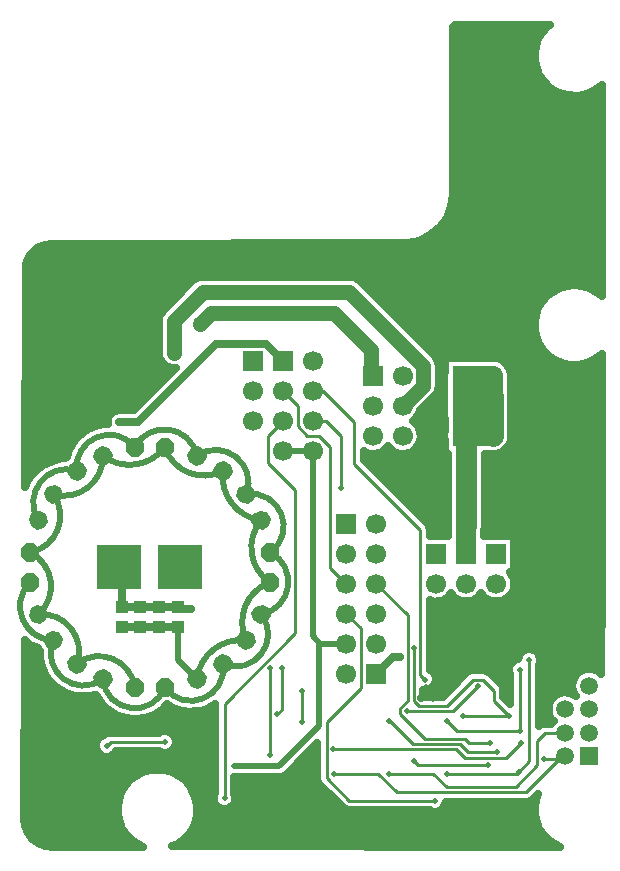
<source format=gtl>
G04 DipTrace 2.4.0.2*
%INTop.gbr*%
%MOIN*%
%ADD13C,0.0669*%
%ADD14C,0.05*%
%ADD16C,0.07*%
%ADD17C,0.025*%
%ADD18C,0.01*%
%ADD19C,0.02*%
%ADD24R,0.0669X0.0669*%
%ADD25C,0.0669*%
%ADD26R,0.0591X0.0591*%
%ADD27C,0.0591*%
%ADD28R,0.15X0.15*%
%ADD31R,0.0394X0.0433*%
%FSLAX44Y44*%
G04*
G70*
G90*
G75*
G01*
%LNTop*%
%LPD*%
X10206Y21756D2*
D14*
X10550Y22100D1*
X14660D1*
X15890Y20870D1*
Y20070D1*
X15950Y20010D1*
X9340Y20774D2*
Y21850D1*
X10300Y22810D1*
X15160D1*
X17630Y20340D1*
Y19690D1*
X16950Y19010D1*
X19064Y14092D2*
D13*
Y14996D1*
D16*
Y17899D1*
D13*
X18950Y18013D1*
Y18697D1*
D16*
Y20008D1*
D13*
X18953Y20010D1*
X19953D1*
X19950Y19326D1*
D16*
Y18013D1*
D13*
X18950D1*
D16*
X19466Y18529D1*
D13*
X19950Y19013D1*
D16*
X19437Y19526D1*
D13*
X18953Y20010D1*
X18950Y19013D2*
X19950D1*
X16485Y8505D2*
D18*
X16535D1*
X17300Y7740D1*
X18860D1*
X19120Y7480D1*
X20090D1*
X19460Y9680D2*
X18620Y8840D1*
X17090D1*
X13950Y19510D2*
X14280D1*
X15330Y18460D1*
Y17090D1*
X17540Y14880D1*
Y10040D1*
X17690Y9890D1*
X15065Y13088D2*
X15043D1*
X14530Y13600D1*
Y17640D1*
X14150Y18020D1*
X13770D1*
X13450Y18340D1*
Y19010D1*
X12950Y19510D1*
X19850Y7770D2*
X19150D1*
X19010Y7910D1*
X17690D1*
X16870Y8730D1*
Y8940D1*
X17110Y9180D1*
Y12043D1*
X16065Y13088D1*
X14638Y7568D2*
X18713D1*
X19020Y7260D1*
X20390D1*
X20900Y7770D1*
X7582Y12299D2*
D17*
X8207D1*
X8833D1*
X9458D1*
X7582D2*
Y13705D1*
X7506Y13629D1*
X9898Y12255D2*
X9502D1*
X9458Y12299D1*
X16870Y10640D2*
X16620D1*
X16070Y10090D1*
X7506Y18470D2*
X8140D1*
X10740Y21070D1*
X12390D1*
X12950Y20510D1*
X13950Y17510D2*
D19*
X12950D1*
X15070Y11090D2*
X14170D1*
Y8340D1*
X12835Y7005D1*
X11335D1*
X13950Y17510D2*
Y11330D1*
X14190Y11090D1*
X15070D1*
X19808Y7032D2*
D18*
X17458D1*
X17316Y7175D1*
X22375Y9691D2*
Y10025D1*
X21130Y11270D1*
X20242D1*
X20064Y11092D1*
D13*
Y11474D1*
D16*
X21170Y12580D1*
Y17232D1*
X21466Y17529D1*
D13*
X21950Y18013D1*
X18061Y11089D2*
D17*
Y9771D1*
X17560Y9270D1*
X20953Y20010D2*
D13*
X20950Y19326D1*
D16*
Y18013D1*
D13*
X21950D1*
Y18697D1*
D16*
Y20008D1*
D13*
X21953Y20010D1*
X20953D1*
D16*
X21466Y19497D1*
D13*
X21950Y19013D1*
D16*
X21434Y18497D1*
D13*
X20950Y18013D1*
Y19013D2*
X21950D1*
X20953Y20010D2*
Y20695D1*
D16*
Y28887D1*
X20528Y29312D1*
D19*
X20210Y29630D1*
X18950Y8660D2*
D18*
X20500D1*
X17320Y10950D2*
Y9170D1*
X17480Y9010D1*
X18410D1*
X19290Y9890D1*
X19620D1*
X19990Y9520D1*
Y9170D1*
X20500Y8660D1*
X13950Y18510D2*
X14380D1*
X14890Y18000D1*
Y16260D1*
X12530Y10280D2*
Y7370D1*
X21660Y7250D2*
X22296D1*
X22375Y7329D1*
X14655Y6755D2*
X16135D1*
X16760Y6130D1*
X21060D1*
X22259Y7329D1*
X22375D1*
X12950Y18510D2*
Y18500D1*
X12470Y18020D1*
Y17100D1*
X13370Y16200D1*
Y11430D1*
X11010Y9070D1*
Y5940D1*
X16505Y6755D2*
X17965D1*
X18410Y6310D1*
X20710D1*
X21430Y7030D1*
Y7850D1*
X21690Y8110D1*
X22369D1*
X22375Y8117D1*
X12910Y10290D2*
Y8890D1*
X12750Y8730D1*
X9020Y7810D2*
X7210D1*
X7080Y7680D1*
X9020Y9630D2*
D19*
G02X6953Y9916I-1001J376D01*
G01*
G02X5306Y11197I-657J855D01*
G01*
G02X4520Y13130I24J1136D01*
G01*
X9020Y9630D2*
G03X10953Y10416I872J626D01*
G01*
G03X12234Y12063I429J988D01*
G01*
G03X12520Y14130I-199J1081D01*
G01*
G03X11734Y16063I-611J878D01*
G01*
G03X10087Y17344I-1018J390D01*
G01*
G03X8020Y17630I-1083J-218D01*
G01*
G03X6087Y16844I-856J-666D01*
G01*
G03X4806Y15197I-343J-1055D01*
G01*
X13585Y8473D2*
D18*
Y9505D1*
X9458Y11630D2*
D17*
X8833D1*
X8207D1*
X7582D1*
X8020Y9630D2*
D19*
G03X6087Y10416I-1194J-167D01*
G01*
G03X4806Y12063I-1167J414D01*
G01*
G03X4520Y14130I-833J938D01*
G01*
G03X5306Y16063I-220J1216D01*
G01*
G03X6953Y17344I348J1252D01*
G01*
G03X9020Y17630I889J1189D01*
G01*
G03X10953Y16844I1302J433D01*
G01*
G03X12234Y15197I1476J-174D01*
G01*
G03X12520Y13130I1071J-905D01*
G01*
G03X11734Y11197I492J-1326D01*
G01*
G03X10087Y9916I-181J-1466D01*
G01*
X9458Y10546D1*
Y11630D1*
X18024Y5850D2*
D18*
X15171D1*
X14420Y6600D1*
Y8470D1*
X15550Y9600D1*
Y11603D1*
X15065Y12088D1*
X21170Y10540D2*
Y7160D1*
X20820Y6810D1*
X18409Y6755D2*
X20765D1*
X20820Y6810D1*
X20850Y10210D2*
Y8190D1*
X18415Y8505D2*
X18750Y8170D1*
X20850D1*
Y8190D1*
D14*
X10206Y21756D3*
X9340Y20774D3*
D19*
X16485Y8505D3*
X20090Y7480D3*
X19460Y9680D3*
X17090Y8840D3*
X17690Y9890D3*
X17090Y8840D3*
X19850Y7770D3*
X14638Y7568D3*
X20900Y7770D3*
X9898Y12255D3*
X16870Y10640D3*
X7506Y18470D3*
X11335Y7005D3*
X17316Y7175D3*
X19808Y7032D3*
X17560Y9270D3*
X18950Y8660D3*
X20500D3*
X17320Y10950D3*
X14890Y16260D3*
X12530Y10280D3*
Y7370D3*
X21660Y7250D3*
X14655Y6755D3*
X11010Y5940D3*
X16505Y6755D3*
X12910Y10290D3*
X12750Y8730D3*
X9020Y7810D3*
X7080Y7680D3*
X13585Y8473D3*
Y9505D3*
X18024Y5850D3*
X21170Y10540D3*
X20820Y6810D3*
X18409Y6755D3*
X20850Y10210D3*
Y8190D3*
X18415Y8505D3*
X18710Y31630D3*
X19210D3*
X19710D3*
X20210D3*
X20710D3*
X21210D3*
Y31130D3*
X20710D3*
X20210D3*
X19710D3*
X19210D3*
X18710D3*
Y30630D3*
X19210D3*
X19710D3*
X20210D3*
X20710D3*
X21210D3*
Y30130D3*
X20710D3*
X20210D3*
X19710D3*
X19210D3*
X18710D3*
Y29630D3*
X19210D3*
X19710D3*
X20210D3*
X20710D3*
X21210D3*
X4710Y10630D3*
Y9630D3*
X5710Y8630D3*
X6710D3*
X5710Y5630D3*
X6710D3*
X5710Y4630D3*
X6710D3*
X10710Y8630D3*
X9710D3*
Y6630D3*
X10710D3*
X9710Y4630D3*
X10710D3*
X11710D3*
X12710D3*
X13710D3*
X14710D3*
X15710D3*
X16710D3*
X17710D3*
X18710D3*
X19710D3*
X20710D3*
X18210Y9630D3*
X17710D3*
X17960Y9255D3*
X22710Y12630D3*
Y13630D3*
Y14630D3*
Y15630D3*
Y16630D3*
Y17630D3*
X21710Y16630D3*
X20710D3*
X19710D3*
X21710Y15630D3*
X20710D3*
X19710D3*
X17710Y16630D3*
Y15630D3*
X16710Y16630D3*
X17710Y18630D3*
Y21630D3*
Y22630D3*
Y23630D3*
X16710D3*
Y22630D3*
X9710Y23630D3*
X8710D3*
X7710D3*
X4710Y22630D3*
X5710D3*
Y21630D3*
X4710D3*
Y19630D3*
X5710D3*
Y20630D3*
X4710D3*
Y17630D3*
X5710D3*
X6710Y23630D3*
X18649Y31467D2*
D17*
X21579D1*
X18649Y31218D2*
X21435D1*
X18653Y30969D2*
X21353D1*
X18653Y30721D2*
X21318D1*
X18653Y30472D2*
X21333D1*
X18653Y30223D2*
X21400D1*
X18653Y29974D2*
X21521D1*
X18653Y29726D2*
X21720D1*
X18653Y29477D2*
X22075D1*
X23262D2*
X23560D1*
X18653Y29228D2*
X23560D1*
X18653Y28980D2*
X23560D1*
X18657Y28731D2*
X23560D1*
X18657Y28482D2*
X23560D1*
X18657Y28234D2*
X23560D1*
X18657Y27985D2*
X23560D1*
X18657Y27736D2*
X23560D1*
X18657Y27488D2*
X23560D1*
X18657Y27239D2*
X23560D1*
X18657Y26990D2*
X23560D1*
X18661Y26742D2*
X23560D1*
X18661Y26493D2*
X23560D1*
X18661Y26244D2*
X23560D1*
X18649Y25995D2*
X23560D1*
X18614Y25747D2*
X23560D1*
X18532Y25498D2*
X23560D1*
X18415Y25249D2*
X23556D1*
X18235Y25001D2*
X23556D1*
X17958Y24752D2*
X23556D1*
X17446Y24503D2*
X23556D1*
X4762Y24255D2*
X23556D1*
X4528Y24006D2*
X23556D1*
X4426Y23757D2*
X23556D1*
X4411Y23509D2*
X23556D1*
X4411Y23260D2*
X10025D1*
X15434D2*
X23556D1*
X4407Y23011D2*
X9747D1*
X15711D2*
X22443D1*
X22895D2*
X23556D1*
X4407Y22763D2*
X9497D1*
X15961D2*
X21853D1*
X4407Y22514D2*
X9251D1*
X16211D2*
X21599D1*
X4407Y22265D2*
X9001D1*
X16458D2*
X21447D1*
X4407Y22016D2*
X8829D1*
X16708D2*
X21357D1*
X4403Y21768D2*
X8802D1*
X16958D2*
X21322D1*
X4403Y21519D2*
X8802D1*
X17204D2*
X21329D1*
X4403Y21270D2*
X8802D1*
X17454D2*
X21392D1*
X4403Y21022D2*
X8802D1*
X17704D2*
X21505D1*
X4399Y20773D2*
X8802D1*
X17950D2*
X21697D1*
X4399Y20524D2*
X8865D1*
X18137D2*
X18329D1*
X20286D2*
X22033D1*
X23309D2*
X23556D1*
X4399Y20276D2*
X9185D1*
X18168D2*
X18329D1*
X20516D2*
X23556D1*
X4399Y20027D2*
X9118D1*
X18168D2*
X18310D1*
X20579D2*
X23556D1*
X4399Y19778D2*
X8872D1*
X18168D2*
X18310D1*
X20575D2*
X23556D1*
X4395Y19530D2*
X8622D1*
X18145D2*
X18310D1*
X20575D2*
X23556D1*
X4395Y19281D2*
X8372D1*
X17973D2*
X18310D1*
X20590D2*
X23556D1*
X4395Y19032D2*
X8126D1*
X17723D2*
X18310D1*
X20590D2*
X23556D1*
X4395Y18784D2*
X7247D1*
X17532D2*
X18310D1*
X20590D2*
X23556D1*
X4395Y18535D2*
X7095D1*
X17340D2*
X18325D1*
X20590D2*
X23556D1*
X4391Y18286D2*
X6548D1*
X17508D2*
X18325D1*
X20590D2*
X23556D1*
X4391Y18037D2*
X6169D1*
X17575D2*
X18310D1*
X20590D2*
X23556D1*
X4391Y17789D2*
X5950D1*
X17532D2*
X18325D1*
X20547D2*
X23556D1*
X4391Y17540D2*
X5810D1*
X16348D2*
X16552D1*
X17348D2*
X18325D1*
X20368D2*
X23556D1*
X4391Y17291D2*
X5697D1*
X15668D2*
X18423D1*
X19704D2*
X23556D1*
X4387Y17043D2*
X4947D1*
X15848D2*
X18423D1*
X19704D2*
X23556D1*
X4387Y16794D2*
X4642D1*
X16098D2*
X18423D1*
X19704D2*
X23556D1*
X16344Y16545D2*
X18423D1*
X19704D2*
X23556D1*
X16594Y16297D2*
X18423D1*
X19704D2*
X23556D1*
X16844Y16048D2*
X18423D1*
X19704D2*
X23556D1*
X17090Y15799D2*
X18423D1*
X19704D2*
X23556D1*
X17340Y15551D2*
X18423D1*
X19704D2*
X23556D1*
X17590Y15302D2*
X18423D1*
X19704D2*
X23552D1*
X17829Y15053D2*
X18423D1*
X19704D2*
X23552D1*
X17879Y14805D2*
X18439D1*
X19688D2*
X23552D1*
X20688Y14556D2*
X23552D1*
X20688Y14307D2*
X23552D1*
X20688Y14058D2*
X23552D1*
X20688Y13810D2*
X23552D1*
X20688Y13561D2*
X23552D1*
X20645Y13312D2*
X23552D1*
X20688Y13064D2*
X23552D1*
X20622Y12815D2*
X23552D1*
X18379Y12566D2*
X18751D1*
X19375D2*
X19751D1*
X20375D2*
X23552D1*
X17879Y12318D2*
X23552D1*
X17879Y12069D2*
X23552D1*
X17879Y11820D2*
X23552D1*
X17879Y11572D2*
X23552D1*
X17879Y11323D2*
X23552D1*
X17879Y11074D2*
X23552D1*
X4368Y10826D2*
X4829D1*
X17879D2*
X20919D1*
X21422D2*
X23552D1*
X4368Y10577D2*
X4841D1*
X17879D2*
X20783D1*
X21559D2*
X23552D1*
X4368Y10328D2*
X4900D1*
X17879D2*
X20478D1*
X21508D2*
X23552D1*
X4368Y10079D2*
X5005D1*
X18028D2*
X19009D1*
X19903D2*
X20486D1*
X21508D2*
X22736D1*
X4364Y9831D2*
X5181D1*
X18075D2*
X18759D1*
X20149D2*
X20509D1*
X21508D2*
X22595D1*
X4364Y9582D2*
X5458D1*
X17911D2*
X18513D1*
X20325D2*
X20509D1*
X21508D2*
X22587D1*
X4364Y9333D2*
X6181D1*
X6410D2*
X6728D1*
X17661D2*
X18263D1*
X20329D2*
X20509D1*
X21508D2*
X21990D1*
X4364Y9085D2*
X6896D1*
X21508D2*
X21822D1*
X4360Y8836D2*
X7165D1*
X8872D2*
X9642D1*
X10133D2*
X10669D1*
X21508D2*
X21794D1*
X4360Y8587D2*
X7802D1*
X8239D2*
X10669D1*
X21508D2*
X21888D1*
X4360Y8339D2*
X10669D1*
X4360Y8090D2*
X7040D1*
X9278D2*
X10669D1*
X4360Y7841D2*
X6728D1*
X9407D2*
X10669D1*
X4356Y7593D2*
X6700D1*
X9336D2*
X10669D1*
X4356Y7344D2*
X6915D1*
X7247D2*
X10669D1*
X13715D2*
X14079D1*
X4356Y7095D2*
X10669D1*
X13465D2*
X14079D1*
X4356Y6847D2*
X8423D1*
X9118D2*
X10669D1*
X13215D2*
X14079D1*
X4356Y6598D2*
X7919D1*
X9622D2*
X10669D1*
X11348D2*
X14079D1*
X4352Y6349D2*
X7677D1*
X9860D2*
X10669D1*
X11348D2*
X14200D1*
X4352Y6100D2*
X7533D1*
X10004D2*
X10658D1*
X11364D2*
X14450D1*
X4352Y5852D2*
X7450D1*
X10090D2*
X10630D1*
X11387D2*
X14697D1*
X4352Y5603D2*
X7419D1*
X10122D2*
X10845D1*
X11176D2*
X14950D1*
X18317D2*
X21318D1*
X4352Y5354D2*
X7435D1*
X10106D2*
X21333D1*
X4372Y5106D2*
X7497D1*
X10040D2*
X21400D1*
X4446Y4857D2*
X7622D1*
X9918D2*
X21521D1*
X4610Y4608D2*
X7822D1*
X9719D2*
X21720D1*
X5032Y4360D2*
X8181D1*
X9360D2*
X22083D1*
X17528Y18860D2*
X17498Y18767D1*
X17436Y18659D1*
X17353Y18566D1*
X17281Y18513D1*
X17340Y18466D1*
X17426Y18375D1*
X17491Y18269D1*
X17533Y18152D1*
X17550Y18010D1*
X17537Y17886D1*
X17498Y17767D1*
X17436Y17659D1*
X17353Y17566D1*
X17252Y17492D1*
X17139Y17441D1*
X17017Y17414D1*
X16892Y17413D1*
X16770Y17438D1*
X16655Y17488D1*
X16554Y17560D1*
X16451Y17682D1*
X16353Y17566D1*
X16252Y17492D1*
X16139Y17441D1*
X16017Y17414D1*
X15892Y17413D1*
X15770Y17438D1*
X15646Y17495D1*
X15645Y17222D1*
X17763Y15103D1*
X17832Y15000D1*
X17855Y14880D1*
Y14689D1*
X18468Y14691D1*
X18464Y14861D1*
X18449Y14996D1*
Y17414D1*
X18351Y17413D1*
Y17878D1*
X18340Y17939D1*
X18337Y18064D1*
X18351Y18163D1*
Y18564D1*
X18335Y18697D1*
Y20008D1*
X18353Y20161D1*
Y20610D1*
X18860Y20616D1*
X18984Y20622D1*
X19078Y20610D1*
X19953D1*
X20077Y20597D1*
X20196Y20559D1*
X20304Y20496D1*
X20397Y20413D1*
X20471Y20313D1*
X20522Y20199D1*
X20552Y20028D1*
X20550Y19457D1*
X20565Y19326D1*
Y18013D1*
X20553Y17889D1*
X20515Y17770D1*
X20455Y17661D1*
X20373Y17566D1*
X20274Y17490D1*
X20162Y17435D1*
X20041Y17404D1*
X19916Y17399D1*
X19828Y17413D1*
X19681D1*
X19679Y15899D1*
Y14996D1*
X19663Y14861D1*
Y14688D1*
X20089Y14691D1*
X20663D1*
Y13492D1*
X20511D1*
X20605Y13351D1*
X20647Y13233D1*
X20663Y13092D1*
X20650Y12968D1*
X20612Y12849D1*
X20550Y12741D1*
X20467Y12648D1*
X20366Y12574D1*
X20252Y12523D1*
X20131Y12496D1*
X20006Y12495D1*
X19884Y12520D1*
X19769Y12570D1*
X19667Y12642D1*
X19565Y12764D1*
X19467Y12648D1*
X19366Y12574D1*
X19252Y12523D1*
X19130Y12496D1*
X19006Y12495D1*
X18883Y12520D1*
X18769Y12570D1*
X18667Y12642D1*
X18565Y12764D1*
X18464Y12645D1*
X18363Y12571D1*
X18250Y12520D1*
X18128Y12493D1*
X18003Y12492D1*
X17856Y12528D1*
X17855Y10212D1*
X17943Y10153D1*
X18017Y10053D1*
X18052Y9934D1*
X18055Y9890D1*
X18034Y9768D1*
X17973Y9659D1*
X17879Y9578D1*
X17763Y9533D1*
X17635Y9530D1*
Y9321D1*
X18281Y9325D1*
X19067Y10113D1*
X19171Y10182D1*
X19290Y10205D1*
X19620D1*
X19742Y10181D1*
X19843Y10113D1*
X20213Y9743D1*
X20282Y9640D1*
X20305Y9520D1*
Y9298D1*
X20536Y9070D1*
X20535Y10022D1*
X20514Y10068D1*
X20486Y10189D1*
X20500Y10312D1*
X20554Y10424D1*
X20643Y10511D1*
X20756Y10563D1*
X20806Y10567D1*
X20820Y10642D1*
X20874Y10754D1*
X20963Y10841D1*
X21076Y10893D1*
X21200Y10904D1*
X21320Y10873D1*
X21423Y10803D1*
X21497Y10703D1*
X21532Y10584D1*
X21535Y10540D1*
X21514Y10418D1*
X21485Y10367D1*
Y8349D1*
X21571Y8402D1*
X21690Y8425D1*
X21905D1*
X21981Y8510D1*
X21942Y8548D1*
X21874Y8653D1*
X21831Y8770D1*
X21815Y8894D1*
X21827Y9018D1*
X21866Y9137D1*
X21930Y9244D1*
X22016Y9334D1*
X22120Y9403D1*
X22237Y9447D1*
X22360Y9464D1*
X22484Y9454D1*
X22603Y9416D1*
X22737Y9329D1*
X22662Y9440D1*
X22619Y9558D1*
X22603Y9681D1*
X22614Y9805D1*
X22653Y9924D1*
X22717Y10031D1*
X22803Y10121D1*
X22907Y10190D1*
X23024Y10234D1*
X23148Y10251D1*
X23272Y10241D1*
X23391Y10203D1*
X23498Y10140D1*
X23575Y10068D1*
X23578Y13109D1*
X23581Y20738D1*
X23450Y20627D1*
X23235Y20500D1*
X23000Y20416D1*
X22753Y20377D1*
X22504Y20384D1*
X22260Y20439D1*
X22031Y20538D1*
X21825Y20678D1*
X21648Y20855D1*
X21508Y21061D1*
X21409Y21290D1*
X21354Y21534D1*
X21346Y21784D1*
X21385Y22030D1*
X21470Y22265D1*
X21597Y22480D1*
X21762Y22667D1*
X21959Y22820D1*
X22182Y22933D1*
X22421Y23003D1*
X22670Y23027D1*
X22918Y23003D1*
X23158Y22934D1*
X23381Y22820D1*
X23578Y22667D1*
X23582Y22859D1*
X23585Y29715D1*
X23450Y29602D1*
X23235Y29475D1*
X23000Y29391D1*
X22753Y29352D1*
X22504Y29359D1*
X22260Y29414D1*
X22031Y29513D1*
X21825Y29653D1*
X21648Y29830D1*
X21508Y30036D1*
X21409Y30265D1*
X21354Y30509D1*
X21346Y30759D1*
X21385Y31005D1*
X21470Y31240D1*
X21597Y31455D1*
X21762Y31642D1*
X21848Y31716D1*
X18768Y31715D1*
X18686Y31693D1*
X18641Y31644D1*
X18627Y31570D1*
X18628Y29925D1*
X18634Y26054D1*
X18574Y25665D1*
X18419Y25289D1*
X18178Y24962D1*
X17867Y24701D1*
X17502Y24522D1*
X17110Y24435D1*
X5247Y24405D1*
X5011Y24381D1*
X4839Y24321D1*
X4744Y24259D1*
X4519Y24034D1*
X4446Y23907D1*
X4400Y23749D1*
X4385Y23415D1*
X4362Y16302D1*
X4439Y16475D1*
X4538Y16637D1*
X4657Y16785D1*
X4794Y16916D1*
X4946Y17029D1*
X5112Y17121D1*
X5289Y17191D1*
X5473Y17238D1*
X5670Y17261D1*
X5757Y17312D1*
X5834Y17538D1*
X5932Y17725D1*
X6041Y17878D1*
X6168Y18016D1*
X6312Y18136D1*
X6471Y18236D1*
X6641Y18315D1*
X6820Y18371D1*
X7004Y18404D1*
X7120Y18411D1*
X7116Y18483D1*
X7140Y18605D1*
X7201Y18713D1*
X7293Y18797D1*
X7407Y18847D1*
X7506Y18860D1*
X7979D1*
X9381Y20262D1*
X9274Y20263D1*
X9153Y20294D1*
X9043Y20353D1*
X8951Y20437D1*
X8881Y20540D1*
X8838Y20657D1*
X8825Y20774D1*
Y21850D1*
X8840Y21974D1*
X8885Y22091D1*
X8976Y22214D1*
X9936Y23174D1*
X10034Y23251D1*
X10148Y23302D1*
X10300Y23325D1*
X15160D1*
X15284Y23310D1*
X15400Y23266D1*
X15524Y23174D1*
X17994Y20704D1*
X18071Y20606D1*
X18122Y20492D1*
X18145Y20340D1*
Y19690D1*
X18130Y19567D1*
X18086Y19450D1*
X17994Y19326D1*
X17533Y18865D1*
X4858Y10833D2*
X4801Y10931D1*
X4712Y10966D1*
X4540Y11057D1*
X4383Y11169D1*
X4344Y11204D1*
X4325Y5254D1*
X4361Y4995D1*
X4455Y4775D1*
X4603Y4587D1*
X4794Y4444D1*
X5016Y4356D1*
X5283Y4325D1*
X8287D1*
X8131Y4398D1*
X7925Y4538D1*
X7748Y4715D1*
X7608Y4921D1*
X7509Y5150D1*
X7454Y5394D1*
X7446Y5644D1*
X7485Y5890D1*
X7570Y6125D1*
X7697Y6340D1*
X7862Y6527D1*
X8059Y6680D1*
X8282Y6793D1*
X8521Y6863D1*
X8770Y6887D1*
X9018Y6863D1*
X9258Y6794D1*
X9481Y6680D1*
X9678Y6527D1*
X9843Y6340D1*
X9970Y6125D1*
X10055Y5890D1*
X10094Y5644D1*
X10090Y5435D1*
X10044Y5190D1*
X9952Y4958D1*
X9818Y4747D1*
X9647Y4565D1*
X9445Y4419D1*
X9252Y4326D1*
X22185Y4325D1*
X22031Y4398D1*
X21825Y4538D1*
X21648Y4715D1*
X21508Y4921D1*
X21409Y5150D1*
X21354Y5394D1*
X21346Y5644D1*
X21385Y5890D1*
X21447Y6071D1*
X21283Y5908D1*
X21179Y5839D1*
X21060Y5815D1*
X18384D1*
X18368Y5727D1*
X18307Y5619D1*
X18213Y5537D1*
X18097Y5492D1*
X17973Y5488D1*
X17845Y5534D1*
X15171Y5535D1*
X15049Y5559D1*
X14948Y5627D1*
X14197Y6378D1*
X14129Y6481D1*
X14105Y6600D1*
Y7760D1*
X13093Y6747D1*
X12991Y6676D1*
X12857Y6641D1*
X11331D1*
X11325Y6445D1*
Y6121D1*
X11372Y5984D1*
X11375Y5940D1*
X11354Y5818D1*
X11293Y5709D1*
X11199Y5628D1*
X11083Y5583D1*
X10959Y5579D1*
X10840Y5617D1*
X10742Y5693D1*
X10674Y5798D1*
X10646Y5919D1*
X10660Y6042D1*
X10695Y6116D1*
Y9066D1*
X10584Y8996D1*
X10411Y8915D1*
X10228Y8858D1*
X10039Y8826D1*
X9847Y8819D1*
X9656Y8838D1*
X9470Y8882D1*
X9291Y8950D1*
X9096Y9061D1*
X8959Y8924D1*
X8812Y8812D1*
X8653Y8720D1*
X8483Y8650D1*
X8305Y8601D1*
X8123Y8576D1*
X7939Y8575D1*
X7756Y8597D1*
X7577Y8642D1*
X7406Y8710D1*
X7245Y8799D1*
X7097Y8908D1*
X6964Y9035D1*
X6848Y9178D1*
X6752Y9335D1*
X6724Y9391D1*
X6502Y9344D1*
X6280Y9328D1*
X6079Y9345D1*
X5894Y9386D1*
X5715Y9451D1*
X5547Y9539D1*
X5392Y9648D1*
X5252Y9776D1*
X5131Y9922D1*
X5029Y10082D1*
X4950Y10254D1*
X4894Y10435D1*
X4862Y10622D1*
X4856Y10838D1*
X8836Y7495D2*
X7391D1*
X7363Y7449D1*
X7269Y7368D1*
X7153Y7323D1*
X7029Y7319D1*
X6910Y7357D1*
X6812Y7433D1*
X6744Y7538D1*
X6716Y7659D1*
X6730Y7782D1*
X6784Y7894D1*
X6873Y7981D1*
X6993Y8038D1*
X7098Y8105D1*
X7210Y8125D1*
X8839D1*
X8926Y8163D1*
X9050Y8174D1*
X9170Y8143D1*
X9273Y8073D1*
X9347Y7973D1*
X9382Y7854D1*
X9385Y7810D1*
X9364Y7688D1*
X9303Y7579D1*
X9209Y7498D1*
X9093Y7453D1*
X8969Y7449D1*
X8841Y7494D1*
D24*
X15950Y20010D3*
D25*
X16950D3*
X15950Y19010D3*
X16950D3*
X15950Y18010D3*
X16950D3*
D24*
X12950Y20510D3*
D25*
X13950D3*
X12950Y19510D3*
X13950D3*
X12950Y18510D3*
X13950D3*
X12950Y17510D3*
X13950D3*
D24*
X18953Y20010D3*
D25*
X19953D3*
X20953D3*
X21953D3*
D24*
X18950Y19013D3*
D25*
X19950D3*
X20950D3*
X21950D3*
D24*
X18950Y18013D3*
D25*
X19950D3*
X20950D3*
X21950D3*
D24*
X11950Y20510D3*
D25*
Y19510D3*
Y18510D3*
D24*
X20064Y14092D3*
D25*
Y13092D3*
Y12092D3*
Y11092D3*
D24*
X19064Y14092D3*
D25*
Y13092D3*
Y12092D3*
Y11092D3*
D24*
X18061Y14089D3*
D25*
Y13089D3*
Y12089D3*
Y11089D3*
D26*
X23163Y7329D3*
D27*
Y8117D3*
Y8904D3*
Y9691D3*
X22375D3*
Y8904D3*
Y8117D3*
Y7329D3*
D28*
X7506Y13629D3*
X9520Y13630D3*
D31*
X9458Y11630D3*
Y12299D3*
X8833Y11630D3*
Y12299D3*
X7582Y11630D3*
Y12299D3*
X8207Y11630D3*
Y12299D3*
G36*
X8325Y9504D2*
X8146Y9325D1*
X7894D1*
X7715Y9504D1*
Y9757D1*
X7894Y9935D1*
X8146D1*
X8325Y9757D1*
Y9504D1*
G37*
G36*
X9325D2*
X9146Y9325D1*
X8894D1*
X8715Y9504D1*
Y9757D1*
X8894Y9935D1*
X9146D1*
X9325Y9757D1*
Y9504D1*
G37*
G36*
X12191Y15524D2*
X12435Y15459D1*
X12561Y15240D1*
X12496Y14996D1*
X12277Y14870D1*
X12033Y14935D1*
X11907Y15154D1*
X11972Y15398D1*
X12191Y15524D1*
G37*
G36*
X11691Y16390D2*
X11935Y16325D1*
X12061Y16106D1*
X11996Y15862D1*
X11777Y15736D1*
X11533Y15801D1*
X11407Y16020D1*
X11472Y16264D1*
X11691Y16390D1*
G37*
G36*
X10752Y17106D2*
X10996Y17172D1*
X11215Y17045D1*
X11280Y16801D1*
X11154Y16583D1*
X10910Y16517D1*
X10691Y16643D1*
X10626Y16887D1*
X10752Y17106D1*
G37*
G36*
X9886Y17606D2*
X10130Y17672D1*
X10349Y17545D1*
X10414Y17301D1*
X10288Y17083D1*
X10044Y17017D1*
X9825Y17143D1*
X9760Y17387D1*
X9886Y17606D1*
G37*
G36*
X10414Y9959D2*
X10349Y9715D1*
X10130Y9589D1*
X9886Y9654D1*
X9760Y9873D1*
X9825Y10117D1*
X10044Y10243D1*
X10288Y10178D1*
X10414Y9959D1*
G37*
G36*
X11280Y10459D2*
X11215Y10215D1*
X10996Y10089D1*
X10752Y10154D1*
X10626Y10373D1*
X10691Y10617D1*
X10910Y10743D1*
X11154Y10678D1*
X11280Y10459D1*
G37*
G36*
X4394Y13825D2*
X4215Y14004D1*
Y14257D1*
X4394Y14435D1*
X4646D1*
X4825Y14257D1*
Y14004D1*
X4646Y13825D1*
X4394D1*
G37*
G36*
Y12825D2*
X4215Y13004D1*
Y13257D1*
X4394Y13435D1*
X4646D1*
X4825Y13257D1*
Y13004D1*
X4646Y12825D1*
X4394D1*
G37*
G36*
X8715Y17757D2*
X8894Y17935D1*
X9146D1*
X9325Y17757D1*
Y17504D1*
X9146Y17325D1*
X8894D1*
X8715Y17504D1*
Y17757D1*
G37*
G36*
X7715D2*
X7894Y17935D1*
X8146D1*
X8325Y17757D1*
Y17504D1*
X8146Y17325D1*
X7894D1*
X7715Y17504D1*
Y17757D1*
G37*
G36*
X11996Y11398D2*
X12061Y11154D1*
X11935Y10935D1*
X11691Y10870D1*
X11472Y10996D1*
X11407Y11240D1*
X11533Y11459D1*
X11777Y11524D1*
X11996Y11398D1*
G37*
G36*
X12496Y12264D2*
X12561Y12020D1*
X12435Y11801D1*
X12191Y11736D1*
X11972Y11862D1*
X11907Y12106D1*
X12033Y12325D1*
X12277Y12390D1*
X12496Y12264D1*
G37*
G36*
X4849Y11736D2*
X4605Y11801D1*
X4479Y12020D1*
X4544Y12264D1*
X4763Y12390D1*
X5007Y12325D1*
X5133Y12106D1*
X5068Y11862D1*
X4849Y11736D1*
G37*
G36*
X5349Y10870D2*
X5105Y10935D1*
X4979Y11154D1*
X5044Y11398D1*
X5263Y11524D1*
X5507Y11459D1*
X5633Y11240D1*
X5568Y10996D1*
X5349Y10870D1*
G37*
G36*
X6626Y17301D2*
X6691Y17545D1*
X6910Y17672D1*
X7154Y17606D1*
X7280Y17387D1*
X7215Y17143D1*
X6996Y17017D1*
X6752Y17083D1*
X6626Y17301D1*
G37*
G36*
X5760Y16801D2*
X5825Y17045D1*
X6044Y17172D1*
X6288Y17106D1*
X6414Y16887D1*
X6349Y16643D1*
X6130Y16517D1*
X5886Y16583D1*
X5760Y16801D1*
G37*
G36*
X12646Y13435D2*
X12825Y13257D1*
Y13004D1*
X12646Y12825D1*
X12394D1*
X12215Y13004D1*
Y13257D1*
X12394Y13435D1*
X12646D1*
G37*
G36*
Y14435D2*
X12825Y14257D1*
Y14004D1*
X12646Y13825D1*
X12394D1*
X12215Y14004D1*
Y14257D1*
X12394Y14435D1*
X12646D1*
G37*
G36*
X6288Y10154D2*
X6044Y10089D1*
X5825Y10215D1*
X5760Y10459D1*
X5886Y10678D1*
X6130Y10743D1*
X6349Y10617D1*
X6414Y10373D1*
X6288Y10154D1*
G37*
G36*
X7154Y9654D2*
X6910Y9589D1*
X6691Y9715D1*
X6626Y9959D1*
X6752Y10178D1*
X6996Y10243D1*
X7215Y10117D1*
X7280Y9873D1*
X7154Y9654D1*
G37*
G36*
X5044Y15862D2*
X4979Y16106D1*
X5105Y16325D1*
X5349Y16390D1*
X5568Y16264D1*
X5633Y16020D1*
X5507Y15801D1*
X5263Y15736D1*
X5044Y15862D1*
G37*
G36*
X4544Y14996D2*
X4479Y15240D1*
X4605Y15459D1*
X4849Y15524D1*
X5068Y15398D1*
X5133Y15154D1*
X5007Y14935D1*
X4763Y14870D1*
X4544Y14996D1*
G37*
D24*
X15065Y15088D3*
D25*
X16065D3*
X15065Y14088D3*
X16065D3*
X15065Y13088D3*
X16065D3*
X15065Y12088D3*
X16065D3*
D24*
X16070Y10090D3*
D25*
X15070D3*
X16070Y11090D3*
X15070D3*
M02*

</source>
